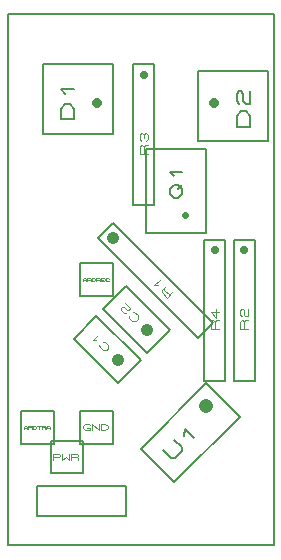
<source format=gbr>
G04 PROTEUS GERBER X2 FILE*
%TF.GenerationSoftware,Labcenter,Proteus,8.12-SP0-Build30713*%
%TF.CreationDate,2023-05-14T03:14:54+00:00*%
%TF.FileFunction,AssemblyDrawing,Top*%
%TF.FilePolarity,Positive*%
%TF.Part,Single*%
%TF.SameCoordinates,{c0eacf68-35c9-4941-82e1-425e7bc03e7b}*%
%FSLAX45Y45*%
%MOMM*%
G01*
%TA.AperFunction,Material*%
%ADD17C,0.203200*%
%ADD21C,1.005790*%
%ADD22C,0.110230*%
%ADD23C,0.812800*%
%ADD24C,0.190500*%
%ADD25C,0.084660*%
%ADD26C,0.042330*%
%ADD27C,0.609600*%
%ADD28C,0.168480*%
%ADD29C,0.711200*%
%ADD72C,1.149470*%
%ADD73C,0.189120*%
%ADD30C,0.106850*%
%TA.AperFunction,Profile*%
%ADD15C,0.203200*%
%TD.AperFunction*%
D17*
X-1484934Y+2601210D02*
X-640790Y+1757066D01*
X-515066Y+1882790D01*
X-1359210Y+2726934D01*
X-1484934Y+2601210D01*
D21*
X-1359210Y+2601210D02*
X-1359210Y+2601210D01*
D22*
X-857251Y+2146020D02*
X-904019Y+2099252D01*
X-947865Y+2143097D01*
X-948840Y+2159661D01*
X-941045Y+2167456D01*
X-924481Y+2166481D01*
X-880635Y+2122636D01*
X-924481Y+2166481D02*
X-925455Y+2183046D01*
X-909866Y+2198636D01*
X-976121Y+2202533D02*
X-1009249Y+2204481D01*
X-962480Y+2251250D01*
D17*
X-1950660Y+3485840D02*
X-1358840Y+3485840D01*
X-1358840Y+4077660D01*
X-1950660Y+4077660D01*
X-1950660Y+3485840D01*
D23*
X-1496000Y+3750000D02*
X-1496000Y+3750000D01*
D24*
X-1686500Y+3610300D02*
X-1800800Y+3610300D01*
X-1800800Y+3696025D01*
X-1762700Y+3738887D01*
X-1724600Y+3738887D01*
X-1686500Y+3696025D01*
X-1686500Y+3610300D01*
X-1762700Y+3824612D02*
X-1800800Y+3867475D01*
X-1686500Y+3867475D01*
D17*
X-1637160Y+862840D02*
X-1362840Y+862840D01*
X-1362840Y+1137160D01*
X-1637160Y+1137160D01*
X-1637160Y+862840D01*
D25*
X-1576199Y+991533D02*
X-1557149Y+991533D01*
X-1557149Y+974600D01*
X-1595249Y+974600D01*
X-1614298Y+991533D01*
X-1614298Y+1008466D01*
X-1595249Y+1025399D01*
X-1566674Y+1025399D01*
X-1557149Y+1016933D01*
X-1538099Y+974600D02*
X-1538099Y+1025399D01*
X-1480950Y+974600D01*
X-1480950Y+1025399D01*
X-1461900Y+974600D02*
X-1461900Y+1025399D01*
X-1423801Y+1025399D01*
X-1404751Y+1008466D01*
X-1404751Y+991533D01*
X-1423801Y+974600D01*
X-1461900Y+974600D01*
D17*
X-1887160Y+612840D02*
X-1612840Y+612840D01*
X-1612840Y+887160D01*
X-1887160Y+887160D01*
X-1887160Y+612840D01*
D25*
X-1864298Y+724600D02*
X-1864298Y+775399D01*
X-1816674Y+775399D01*
X-1807149Y+766933D01*
X-1807149Y+758466D01*
X-1816674Y+750000D01*
X-1864298Y+750000D01*
X-1788099Y+775399D02*
X-1788099Y+724600D01*
X-1759525Y+750000D01*
X-1730950Y+724600D01*
X-1730950Y+775399D01*
X-1711900Y+724600D02*
X-1711900Y+775399D01*
X-1664276Y+775399D01*
X-1654751Y+766933D01*
X-1654751Y+758466D01*
X-1664276Y+750000D01*
X-1711900Y+750000D01*
X-1664276Y+750000D02*
X-1654751Y+741533D01*
X-1654751Y+724600D01*
D17*
X-2137160Y+862840D02*
X-1862840Y+862840D01*
X-1862840Y+1137160D01*
X-2137160Y+1137160D01*
X-2137160Y+862840D01*
D26*
X-2114297Y+987300D02*
X-2114297Y+1004233D01*
X-2104773Y+1012700D01*
X-2095248Y+1012700D01*
X-2085723Y+1004233D01*
X-2085723Y+987300D01*
X-2114297Y+995767D02*
X-2085723Y+995767D01*
X-2076198Y+987300D02*
X-2076198Y+1012700D01*
X-2052387Y+1012700D01*
X-2047624Y+1008467D01*
X-2047624Y+1004233D01*
X-2052387Y+1000000D01*
X-2076198Y+1000000D01*
X-2052387Y+1000000D02*
X-2047624Y+995767D01*
X-2047624Y+987300D01*
X-2038099Y+987300D02*
X-2038099Y+1012700D01*
X-2019050Y+1012700D01*
X-2009525Y+1004233D01*
X-2009525Y+995767D01*
X-2019050Y+987300D01*
X-2038099Y+987300D01*
X-2000000Y+1012700D02*
X-1971426Y+1012700D01*
X-1985713Y+1012700D02*
X-1985713Y+987300D01*
X-1961901Y+987300D02*
X-1961901Y+1012700D01*
X-1938090Y+1012700D01*
X-1933327Y+1008467D01*
X-1933327Y+1004233D01*
X-1938090Y+1000000D01*
X-1961901Y+1000000D01*
X-1938090Y+1000000D02*
X-1933327Y+995767D01*
X-1933327Y+987300D01*
X-1923802Y+987300D02*
X-1923802Y+1004233D01*
X-1914278Y+1012700D01*
X-1904753Y+1012700D01*
X-1895228Y+1004233D01*
X-1895228Y+987300D01*
X-1923802Y+995767D02*
X-1895228Y+995767D01*
D17*
X-641160Y+3422340D02*
X-49340Y+3422340D01*
X-49340Y+4014160D01*
X-641160Y+4014160D01*
X-641160Y+3422340D01*
D23*
X-504000Y+3750000D02*
X-504000Y+3750000D01*
D24*
X-199200Y+3546800D02*
X-313500Y+3546800D01*
X-313500Y+3632525D01*
X-275400Y+3675387D01*
X-237300Y+3675387D01*
X-199200Y+3632525D01*
X-199200Y+3546800D01*
X-294450Y+3739681D02*
X-313500Y+3761112D01*
X-313500Y+3825406D01*
X-294450Y+3846837D01*
X-275400Y+3846837D01*
X-256350Y+3825406D01*
X-256350Y+3761112D01*
X-237300Y+3739681D01*
X-199200Y+3739681D01*
X-199200Y+3846837D01*
D17*
X-1077660Y+2646940D02*
X-574740Y+2646940D01*
X-574740Y+3353060D01*
X-1077660Y+3353060D01*
X-1077660Y+2646940D01*
D27*
X-750000Y+2796800D02*
X-750000Y+2796800D01*
D28*
X-843048Y+2938533D02*
X-876745Y+2976442D01*
X-876745Y+3014351D01*
X-843048Y+3052260D01*
X-809351Y+3052260D01*
X-775654Y+3014351D01*
X-775654Y+2976442D01*
X-809351Y+2938533D01*
X-843048Y+2938533D01*
X-809351Y+3014351D02*
X-775654Y+3052260D01*
X-843048Y+3128079D02*
X-876745Y+3165988D01*
X-775654Y+3165988D01*
D17*
X-338900Y+1395100D02*
X-161100Y+1395100D01*
X-161100Y+2588900D01*
X-338900Y+2588900D01*
X-338900Y+1395100D01*
D29*
X-250000Y+2500000D02*
X-250000Y+2500000D01*
D22*
X-216929Y+1830558D02*
X-283070Y+1830558D01*
X-283070Y+1892565D01*
X-272047Y+1904967D01*
X-261023Y+1904967D01*
X-250000Y+1892565D01*
X-250000Y+1830558D01*
X-250000Y+1892565D02*
X-238976Y+1904967D01*
X-216929Y+1904967D01*
X-272047Y+1942171D02*
X-283070Y+1954573D01*
X-283070Y+1991777D01*
X-272047Y+2004179D01*
X-261023Y+2004179D01*
X-250000Y+1991777D01*
X-250000Y+1954573D01*
X-238976Y+1942171D01*
X-216929Y+1942171D01*
X-216929Y+2004179D01*
D17*
X-1188900Y+2879100D02*
X-1011100Y+2879100D01*
X-1011100Y+4072900D01*
X-1188900Y+4072900D01*
X-1188900Y+2879100D01*
D29*
X-1100000Y+3984000D02*
X-1100000Y+3984000D01*
D22*
X-1066929Y+3314558D02*
X-1133070Y+3314558D01*
X-1133070Y+3376565D01*
X-1122047Y+3388967D01*
X-1111023Y+3388967D01*
X-1100000Y+3376565D01*
X-1100000Y+3314558D01*
X-1100000Y+3376565D02*
X-1088976Y+3388967D01*
X-1066929Y+3388967D01*
X-1122047Y+3426171D02*
X-1133070Y+3438573D01*
X-1133070Y+3475777D01*
X-1122047Y+3488179D01*
X-1111023Y+3488179D01*
X-1100000Y+3475777D01*
X-1088976Y+3488179D01*
X-1077952Y+3488179D01*
X-1066929Y+3475777D01*
X-1066929Y+3438573D01*
X-1077952Y+3426171D01*
X-1100000Y+3450974D02*
X-1100000Y+3475777D01*
D17*
X-588900Y+1395100D02*
X-411100Y+1395100D01*
X-411100Y+2588900D01*
X-588900Y+2588900D01*
X-588900Y+1395100D01*
D29*
X-500000Y+2500000D02*
X-500000Y+2500000D01*
D22*
X-466929Y+1830558D02*
X-533070Y+1830558D01*
X-533070Y+1892565D01*
X-522047Y+1904967D01*
X-511023Y+1904967D01*
X-500000Y+1892565D01*
X-500000Y+1830558D01*
X-500000Y+1892565D02*
X-488976Y+1904967D01*
X-466929Y+1904967D01*
X-488976Y+2004179D02*
X-488976Y+1929770D01*
X-533070Y+1979376D01*
X-466929Y+1979376D01*
D17*
X-570395Y+1373579D02*
X-1123579Y+820395D01*
X-839803Y+536619D01*
X-286619Y+1089803D01*
X-570395Y+1373579D01*
D72*
X-570395Y+1179605D02*
X-570395Y+1179605D01*
D73*
X-934386Y+806047D02*
X-867521Y+739182D01*
X-839104Y+740854D01*
X-778927Y+801032D01*
X-777255Y+829449D01*
X-844120Y+896314D01*
X-757196Y+929746D02*
X-753853Y+986581D01*
X-673615Y+906343D01*
D17*
X-1126421Y+1570395D02*
X-1500000Y+1943974D01*
X-1693974Y+1750000D01*
X-1320395Y+1376421D01*
X-1126421Y+1570395D01*
D21*
X-1320395Y+1570395D02*
X-1320395Y+1570395D01*
D30*
X-1444359Y+1724580D02*
X-1428304Y+1723636D01*
X-1402804Y+1698137D01*
X-1400916Y+1666026D01*
X-1416027Y+1650915D01*
X-1448137Y+1652804D01*
X-1473637Y+1678304D01*
X-1474581Y+1694359D01*
X-1501025Y+1735914D02*
X-1533136Y+1737803D01*
X-1487803Y+1783135D01*
D17*
X-876421Y+1820395D02*
X-1250000Y+2193974D01*
X-1443974Y+2000000D01*
X-1070395Y+1626421D01*
X-876421Y+1820395D01*
D21*
X-1070395Y+1820395D02*
X-1070395Y+1820395D01*
D30*
X-1194359Y+1974580D02*
X-1178304Y+1973636D01*
X-1152804Y+1948137D01*
X-1150916Y+1916026D01*
X-1166027Y+1900915D01*
X-1198137Y+1902804D01*
X-1223637Y+1928304D01*
X-1224581Y+1944359D01*
X-1250080Y+1969858D02*
X-1266136Y+1970803D01*
X-1291636Y+1996303D01*
X-1292580Y+2012358D01*
X-1285024Y+2019913D01*
X-1268969Y+2018969D01*
X-1243470Y+1993469D01*
X-1227414Y+1992525D01*
X-1212303Y+2007636D01*
X-1254803Y+2050135D01*
D15*
X-1000000Y+4500000D02*
X-1750000Y+4500000D01*
X-2000000Y+4500000D01*
X-1000000Y+4500000D02*
X+0Y+4500000D01*
X+0Y+0D02*
X+0Y+4500000D01*
X-1000000Y+0D02*
X+0Y+0D01*
X-1000000Y+0D02*
X-2000000Y+0D01*
X-2250000Y+0D02*
X-2250000Y+4500000D01*
X-2000000Y+4500000D01*
X-1250000Y+500000D02*
X-1750000Y+500000D01*
X-1750000Y+250000D02*
X-1250000Y+250000D01*
X-1750000Y+500000D02*
X-2000000Y+500000D01*
X-2000000Y+250000D01*
X-1750000Y+250000D01*
X-2250000Y+0D02*
X-2000000Y+0D01*
D17*
X-1637160Y+2112840D02*
X-1362840Y+2112840D01*
X-1362840Y+2387160D01*
X-1637160Y+2387160D01*
X-1637160Y+2112840D01*
D26*
X-1614297Y+2237300D02*
X-1614297Y+2254233D01*
X-1604773Y+2262700D01*
X-1595248Y+2262700D01*
X-1585723Y+2254233D01*
X-1585723Y+2237300D01*
X-1614297Y+2245767D02*
X-1585723Y+2245767D01*
X-1576198Y+2237300D02*
X-1576198Y+2262700D01*
X-1552387Y+2262700D01*
X-1547624Y+2258467D01*
X-1547624Y+2254233D01*
X-1552387Y+2250000D01*
X-1576198Y+2250000D01*
X-1552387Y+2250000D02*
X-1547624Y+2245767D01*
X-1547624Y+2237300D01*
X-1538099Y+2237300D02*
X-1538099Y+2262700D01*
X-1519050Y+2262700D01*
X-1509525Y+2254233D01*
X-1509525Y+2245767D01*
X-1519050Y+2237300D01*
X-1538099Y+2237300D01*
X-1500000Y+2237300D02*
X-1500000Y+2262700D01*
X-1476189Y+2262700D01*
X-1471426Y+2258467D01*
X-1471426Y+2254233D01*
X-1476189Y+2250000D01*
X-1500000Y+2250000D01*
X-1476189Y+2250000D02*
X-1471426Y+2245767D01*
X-1471426Y+2237300D01*
X-1433327Y+2237300D02*
X-1461901Y+2237300D01*
X-1461901Y+2262700D01*
X-1433327Y+2262700D01*
X-1461901Y+2250000D02*
X-1442852Y+2250000D01*
X-1395228Y+2241533D02*
X-1399991Y+2237300D01*
X-1414278Y+2237300D01*
X-1423802Y+2245767D01*
X-1423802Y+2254233D01*
X-1414278Y+2262700D01*
X-1399991Y+2262700D01*
X-1395228Y+2258467D01*
D15*
X-1250000Y+500000D02*
X-1250000Y+250000D01*
M02*

</source>
